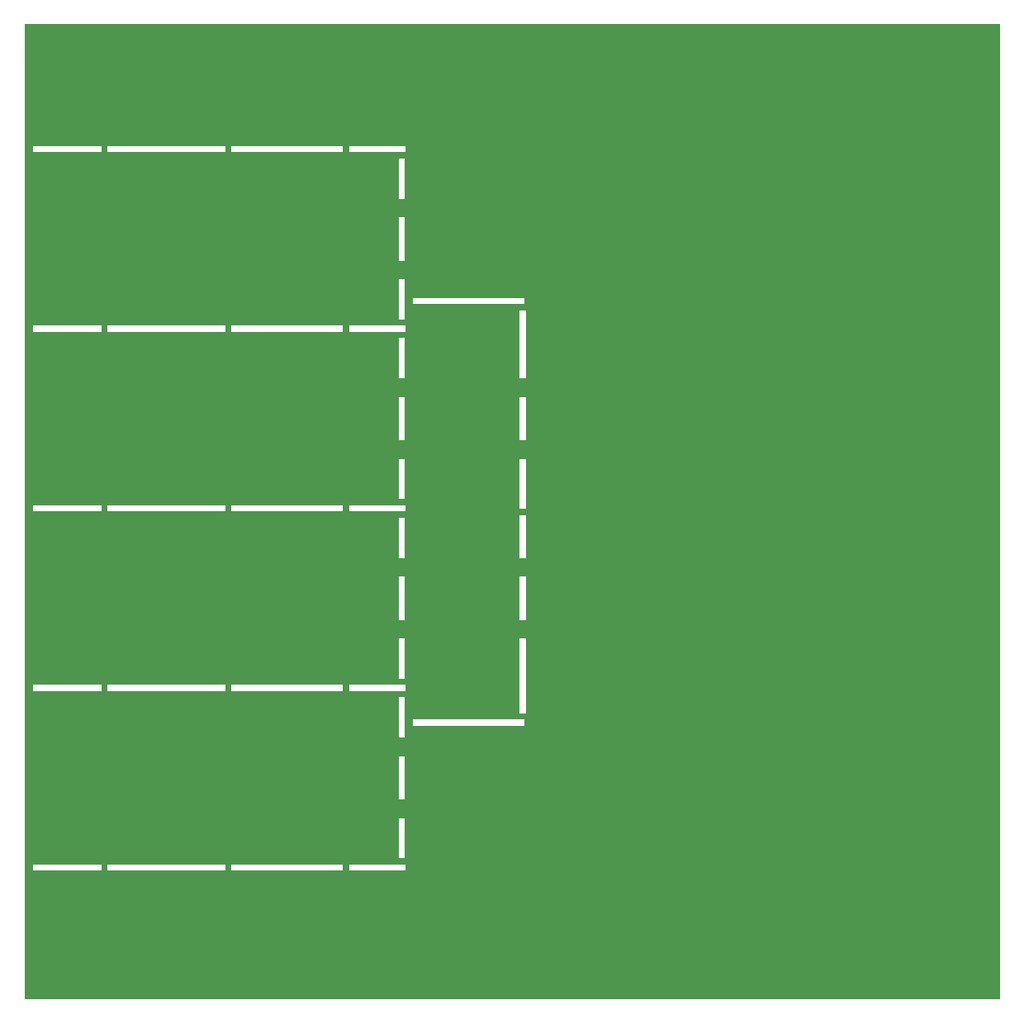
<source format=gbr>
G04 DipTrace 4.3.0.1*
G04 Board.gbr*
%MOMM*%
G04 #@! TF.FileFunction,Drawing,Board polygon*
G04 #@! TF.Part,Single*
%FSLAX35Y35*%
G04*
G71*
G90*
G75*
G01*
G04 BoardPoly*
%LPD*%
G36*
X-5000000Y5000000D2*
X5000000D1*
Y-5000000D1*
X-5000000D1*
Y5000000D1*
G37*
G04 BoardPoly Clear*
%LPC*%
G36*
X-4145500Y3751000D2*
X-2939000D1*
Y3687500D1*
X-4145500D1*
Y3751000D1*
G37*
G36*
X-2875500D2*
X-1732500D1*
Y3687500D1*
X-2875500D1*
Y3751000D1*
G37*
G36*
X-4907500D2*
X-4209000D1*
Y3687500D1*
X-4907500D1*
Y3751000D1*
G37*
G36*
X-4145500Y1909500D2*
X-2939000D1*
Y1846000D1*
X-4145500D1*
Y1909500D1*
G37*
G36*
X-1161000Y3020750D2*
X-1097500D1*
Y2576250D1*
X-1161000D1*
Y3020750D1*
G37*
G36*
Y2385750D2*
X-1097500D1*
Y1973000D1*
X-1161000D1*
Y2385750D1*
G37*
G36*
Y3624000D2*
X-1097500D1*
Y3211250D1*
X-1161000D1*
Y3624000D1*
G37*
G36*
X-4145500Y68000D2*
X-2939000D1*
Y4500D1*
X-4145500D1*
Y68000D1*
G37*
G36*
X-1161000Y1179250D2*
X-1097500D1*
Y734750D1*
X-1161000D1*
Y1179250D1*
G37*
G36*
Y544250D2*
X-1097500D1*
Y131500D1*
X-1161000D1*
Y544250D1*
G37*
G36*
Y1782500D2*
X-1097500D1*
Y1369750D1*
X-1161000D1*
Y1782500D1*
G37*
G36*
X-2875500Y1909500D2*
X-1732500D1*
Y1846000D1*
X-2875500D1*
Y1909500D1*
G37*
G36*
Y68000D2*
X-1732500D1*
Y4500D1*
X-2875500D1*
Y68000D1*
G37*
G36*
X-4907500Y1909500D2*
X-4209000D1*
Y1846000D1*
X-4907500D1*
Y1909500D1*
G37*
G36*
Y68000D2*
X-4209000D1*
Y4500D1*
X-4907500D1*
Y68000D1*
G37*
G36*
X-4145500Y-1773500D2*
X-2939000D1*
Y-1837000D1*
X-4145500D1*
Y-1773500D1*
G37*
G36*
X-1161000Y-662250D2*
X-1097500D1*
Y-1106750D1*
X-1161000D1*
Y-662250D1*
G37*
G36*
Y-1297250D2*
X-1097500D1*
Y-1710000D1*
X-1161000D1*
Y-1297250D1*
G37*
G36*
Y-59000D2*
X-1097500D1*
Y-471750D1*
X-1161000D1*
Y-59000D1*
G37*
G36*
X-2875500Y-1773500D2*
X-1732500D1*
Y-1837000D1*
X-2875500D1*
Y-1773500D1*
G37*
G36*
X-4907500D2*
X-4209000D1*
Y-1837000D1*
X-4907500D1*
Y-1773500D1*
G37*
G36*
X-4145500Y-3615000D2*
X-2939000D1*
Y-3678500D1*
X-4145500D1*
Y-3615000D1*
G37*
G36*
X-1161000Y-2503750D2*
X-1097500D1*
Y-2948250D1*
X-1161000D1*
Y-2503750D1*
G37*
G36*
Y-3138750D2*
X-1097500D1*
Y-3551500D1*
X-1161000D1*
Y-3138750D1*
G37*
G36*
Y-1900500D2*
X-1097500D1*
Y-2313250D1*
X-1161000D1*
Y-1900500D1*
G37*
G36*
X-2875500Y-3615000D2*
X-1732500D1*
Y-3678500D1*
X-2875500D1*
Y-3615000D1*
G37*
G36*
X-4907500D2*
X-4209000D1*
Y-3678500D1*
X-4907500D1*
Y-3615000D1*
G37*
G36*
X-1016000Y2190750D2*
X127000D1*
Y2131750D1*
X-1016000D1*
Y2190750D1*
G37*
G36*
X77250Y1179250D2*
X140750D1*
Y734750D1*
X77250D1*
Y1179250D1*
G37*
G36*
Y544250D2*
X140750D1*
Y31750D1*
X77250D1*
Y544250D1*
G37*
G36*
Y2063750D2*
X140750D1*
Y1369750D1*
X77250D1*
Y2063750D1*
G37*
G36*
Y-662250D2*
X140750D1*
Y-1106750D1*
X77250D1*
Y-662250D1*
G37*
G36*
Y-1297250D2*
X140750D1*
Y-2063750D1*
X77250D1*
Y-1297250D1*
G37*
G36*
Y-31750D2*
X140750D1*
Y-471750D1*
X77250D1*
Y-31750D1*
G37*
G36*
X-1016000Y-2122750D2*
X127000D1*
Y-2190750D1*
X-1016000D1*
Y-2122750D1*
G37*
G36*
X-1669000Y3751000D2*
X-1095373D1*
Y3687500D1*
X-1669000D1*
Y3751000D1*
G37*
G36*
Y1909500D2*
X-1095373D1*
Y1846000D1*
X-1669000D1*
Y1909500D1*
G37*
G36*
Y68000D2*
X-1095373D1*
Y4500D1*
X-1669000D1*
Y68000D1*
G37*
G36*
Y-1773500D2*
X-1095373D1*
Y-1837000D1*
X-1669000D1*
Y-1773500D1*
G37*
G36*
Y-3615000D2*
X-1095373D1*
Y-3678500D1*
X-1669000D1*
Y-3615000D1*
G37*
M02*

</source>
